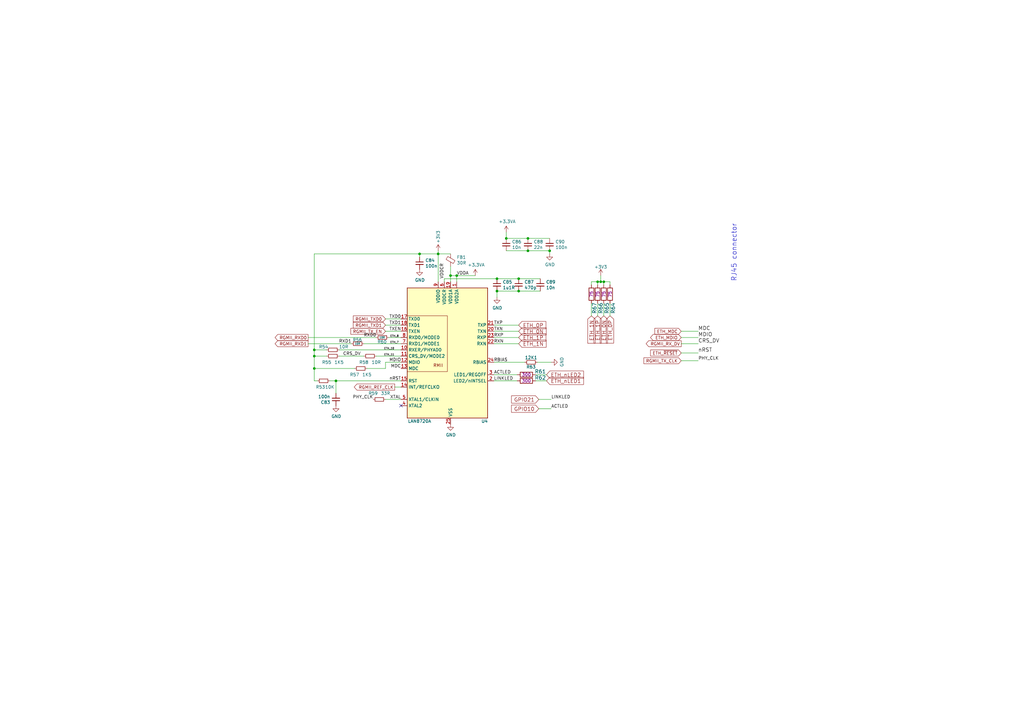
<source format=kicad_sch>
(kicad_sch (version 20231120) (generator "eeschema") (generator_version "8.0")
  (paper "A3")
  (title_block (title "${project_name}") (date "2025-04-05") (rev "${project_version}") (company "${project_creator}") (comment 1 "${project_license}") (comment 2 "License: CERN-OHL-S v2"))
  (lib_symbols
    (symbol "Device:C_Small" (pin_numbers hide) (pin_names (offset 0.254) hide)
      (property "Reference" "C" (at 0.254 1.778 0))
      (property "Value" "C_Small" (at 0.254 -2.032 0))
      (symbol "C_Small_0_1"
        (polyline (pts (xy -1.524 -0.508) (xy 1.524 -0.508)) (stroke (width 0.3302)))
        (polyline (pts (xy -1.524 0.508) (xy 1.524 0.508)) (stroke (width 0.3048)))
      )
      (symbol "C_Small_1_1"
        (pin passive line (at 0 2.54 270) (length 2.032) (name "~") (number "1"))
        (pin passive line (at 0 -2.54 90) (length 2.032) (name "~") (number "2"))
      )
    )
    (symbol "Device:R_Small" (pin_numbers hide) (pin_names (offset 0.254) hide)
      (property "Reference" "R" (at 0.762 0.508 0))
      (property "Value" "R_Small" (at 0.762 -1.016 0))
      (symbol "R_Small_0_1"
        (rectangle (start -0.762 1.778) (end 0.762 -1.778) (stroke (width 0.2032)))
      )
      (symbol "R_Small_1_1"
        (pin passive line (at 0 2.54 270) (length 0.762) (name "~") (number "1"))
        (pin passive line (at 0 -2.54 90) (length 0.762) (name "~") (number "2"))
      )
    )
    (symbol "ecp5-dc-scm:R_1k_0402" (pin_names (offset 0))
      (property "Reference" "R" (at -1.397 3.429 0))
      (property "Val" "1k" (at 0 -2.54 0))
      (symbol "R_1k_0402_1_1"
        (rectangle (start 2.54 -1.016) (end -2.54 1.016) (stroke (width 0.254)))
        (pin passive line (at -3.81 0 0) (length 1.27) (name "~") (number "1"))
        (pin passive line (at 3.81 0 180) (length 1.27) (name "~") (number "2"))
      )
    )
    (symbol "ulx4m-rescue:+3.3VA-power" (power) (pin_names (offset 0))
      (property "Value" "power_+3.3VA" (at 0 3.556 0))
      (symbol "+3.3VA-power_0_1"
        (polyline (pts (xy -0.762 1.27) (xy 0 2.54)))
        (polyline (pts (xy 0 0) (xy 0 2.54)))
        (polyline (pts (xy 0 2.54) (xy 0.762 1.27)))
      )
      (symbol "+3.3VA-power_1_1"
        (pin power_in line (at 0 0 90) (length 0) hide (name "+3.3VA") (number "1"))
      )
    )
    (symbol "ulx4m-rescue:+3V3-power" (power) (pin_names (offset 0))
      (property "Value" "power_+3V3" (at 0 3.556 0))
      (symbol "+3V3-power_0_1"
        (polyline (pts (xy -0.762 1.27) (xy 0 2.54)))
        (polyline (pts (xy 0 0) (xy 0 2.54)))
        (polyline (pts (xy 0 2.54) (xy 0.762 1.27)))
      )
      (symbol "+3V3-power_1_1"
        (pin power_in line (at 0 0 90) (length 0) hide (name "+3V3") (number "1"))
      )
    )
    (symbol "ulx4m-rescue:Ferrite_Bead_Small-Device" (pin_numbers hide) (pin_names (offset 0))
      (property "Reference" "FB" (at 1.905 1.27 0))
      (property "Value" "Device_Ferrite_Bead_Small" (at 1.905 -1.27 0))
      (symbol "Ferrite_Bead_Small-Device_0_1"
        (polyline (pts (xy 0 -1.27) (xy 0 -0.7874)))
        (polyline (pts (xy 0 0.889) (xy 0 1.2954)))
        (polyline (pts (xy -1.8288 0.2794) (xy -1.1176 1.4986) (xy 1.8288 -0.2032) (xy 1.1176 -1.4224) (xy -1.8288 0.2794)))
      )
      (symbol "Ferrite_Bead_Small-Device_1_1"
        (pin passive line (at 0 2.54 270) (length 1.27) (name "~") (number "1"))
        (pin passive line (at 0 -2.54 90) (length 1.27) (name "~") (number "2"))
      )
    )
    (symbol "ulx4m-rescue:GND-power" (power) (pin_names (offset 0))
      (property "Value" "power_GND" (at 0 -3.81 0))
      (symbol "GND-power_0_1"
        (polyline (pts (xy 0 0) (xy 0 -1.27) (xy 1.27 -1.27) (xy 0 -2.54) (xy -1.27 -1.27) (xy 0 -1.27)))
      )
      (symbol "GND-power_1_1"
        (pin power_in line (at 0 0 270) (length 0) hide (name "GND") (number "1"))
      )
    )
    (symbol "ulx4m-rescue:LAN8720A-Interface_Ethernet"
      (property "Reference" "U" (at -13.97 29.21 0))
      (property "Value" "Interface_Ethernet_LAN8720A" (at 15.24 29.21 0))
      (symbol "LAN8720A-Interface_Ethernet_0_0"
        (text "RMII" (at -5.08 -3.81 0) (effects (font (size 1.27 1.27))))
      )
      (symbol "LAN8720A-Interface_Ethernet_0_1"
        (rectangle (start -17.78 27.94) (end 15.24 -25.4) (stroke (width 0.254)) (fill (type background)))
        (polyline (pts (xy -17.78 -6.35) (xy -1.27 -6.35) (xy -1.27 16.51) (xy -17.78 16.51)))
      )
      (symbol "LAN8720A-Interface_Ethernet_1_1"
        (pin power_in line (at 2.54 30.48 270) (length 2.54) (name "VDD2A") (number "1"))
        (pin output line (at -20.32 2.54 0) (length 2.54) (name "RXER/PHYAD0") (number "10"))
        (pin output line (at -20.32 0 0) (length 2.54) (name "CRS_DV/MODE2") (number "11"))
        (pin bidirectional line (at -20.32 -2.54 0) (length 2.54) (name "MDIO") (number "12"))
        (pin input line (at -20.32 -5.08 0) (length 2.54) (name "MDC") (number "13"))
        (pin output line (at -20.32 -12.7 0) (length 2.54) (name "INT/REFCLKO") (number "14"))
        (pin input line (at -20.32 -10.16 0) (length 2.54) (name "RST") (number "15"))
        (pin input line (at -20.32 10.16 0) (length 2.54) (name "TXEN") (number "16"))
        (pin input line (at -20.32 15.24 0) (length 2.54) (name "TXD0") (number "17"))
        (pin input line (at -20.32 12.7 0) (length 2.54) (name "TXD1") (number "18"))
        (pin power_in line (at 0 30.48 270) (length 2.54) (name "VDD1A") (number "19"))
        (pin bidirectional line (at 17.78 -10.16 180) (length 2.54) (name "LED2/nINTSEL") (number "2"))
        (pin output line (at 17.78 10.16 180) (length 2.54) (name "TXN") (number "20"))
        (pin output line (at 17.78 12.7 180) (length 2.54) (name "TXP") (number "21"))
        (pin output line (at 17.78 5.08 180) (length 2.54) (name "RXN") (number "22"))
        (pin output line (at 17.78 7.62 180) (length 2.54) (name "RXP") (number "23"))
        (pin input line (at 17.78 -2.54 180) (length 2.54) (name "RBIAS") (number "24"))
        (pin power_in line (at 0 -27.94 90) (length 2.54) (name "VSS") (number "25"))
        (pin bidirectional line (at 17.78 -7.62 180) (length 2.54) (name "LED1/REGOFF") (number "3"))
        (pin passive line (at -20.32 -20.32 0) (length 2.54) (name "XTAL2") (number "4"))
        (pin passive line (at -20.32 -17.78 0) (length 2.54) (name "XTAL1/CLKIN") (number "5"))
        (pin power_in line (at -2.54 30.48 270) (length 2.54) (name "VDDCR") (number "6"))
        (pin output line (at -20.32 5.08 0) (length 2.54) (name "RXD1/MODE1") (number "7"))
        (pin output line (at -20.32 7.62 0) (length 2.54) (name "RXD0/MODE0") (number "8"))
        (pin power_in line (at -5.08 30.48 270) (length 2.54) (name "VDDIO") (number "9"))
      )
    )
  )
  (junction (at 184.785 113.03))
  (junction (at 245.11 115.57))
  (junction (at 225.425 102.87))
  (junction (at 216.535 97.79))
  (junction (at 179.705 104.14))
  (junction (at 207.645 97.79))
  (junction (at 128.905 151.13))
  (junction (at 246.38 115.57))
  (junction (at 212.725 114.3))
  (junction (at 203.835 114.3))
  (junction (at 128.905 146.05))
  (junction (at 137.795 156.21))
  (junction (at 247.65 115.57))
  (junction (at 187.325 113.03))
  (junction (at 128.905 143.51))
  (junction (at 212.725 119.38))
  (junction (at 216.535 102.87))
  (junction (at 203.835 119.38))
  (junction (at 172.085 104.14))
  (no_connect (at 164.465 166.37))
  (wire (pts (xy 250.19 124.46) (xy 250.19 129.54)))
  (wire (pts (xy 246.38 113.03) (xy 246.38 115.57)))
  (wire (pts (xy 212.09 156.21) (xy 202.565 156.21)))
  (wire (pts (xy 207.645 95.25) (xy 207.645 97.79)))
  (wire (pts (xy 128.905 156.21) (xy 130.175 156.21)))
  (wire (pts (xy 150.495 151.13) (xy 158.115 151.13)))
  (wire (pts (xy 179.705 104.14) (xy 179.705 115.57)))
  (wire (pts (xy 133.985 146.05) (xy 128.905 146.05)))
  (wire (pts (xy 158.115 135.89) (xy 164.465 135.89)))
  (wire (pts (xy 224.155 156.21) (xy 219.71 156.21)))
  (wire (pts (xy 159.385 138.43) (xy 164.465 138.43)))
  (wire (pts (xy 225.425 102.87) (xy 216.535 102.87)))
  (wire (pts (xy 172.085 105.41) (xy 172.085 104.14)))
  (wire (pts (xy 202.565 153.67) (xy 212.09 153.67)))
  (wire (pts (xy 139.065 146.05) (xy 149.225 146.05)))
  (wire (pts (xy 279.4 144.78) (xy 286.385 144.78)))
  (wire (pts (xy 242.57 116.84) (xy 242.57 115.57)))
  (wire (pts (xy 202.565 140.97) (xy 212.725 140.97)))
  (wire (pts (xy 212.725 138.43) (xy 202.565 138.43)))
  (wire (pts (xy 216.535 102.87) (xy 207.645 102.87)))
  (wire (pts (xy 212.725 114.3) (xy 203.835 114.3)))
  (wire (pts (xy 133.985 143.51) (xy 128.905 143.51)))
  (wire (pts (xy 128.905 146.05) (xy 128.905 143.51)))
  (wire (pts (xy 220.98 167.64) (xy 226.06 167.64)))
  (wire (pts (xy 137.795 156.21) (xy 164.465 156.21)))
  (wire (pts (xy 247.65 115.57) (xy 250.19 115.57)))
  (wire (pts (xy 225.425 104.14) (xy 225.425 102.87)))
  (wire (pts (xy 145.415 151.13) (xy 128.905 151.13)))
  (wire (pts (xy 128.905 143.51) (xy 128.905 104.14)))
  (wire (pts (xy 212.725 114.3) (xy 221.615 114.3)))
  (wire (pts (xy 184.785 113.03) (xy 187.325 113.03)))
  (wire (pts (xy 220.345 148.59) (xy 226.06 148.59)))
  (wire (pts (xy 128.905 104.14) (xy 172.085 104.14)))
  (wire (pts (xy 182.245 114.3) (xy 182.245 115.57)))
  (wire (pts (xy 219.71 153.67) (xy 224.155 153.67)))
  (wire (pts (xy 279.4 135.89) (xy 286.385 135.89)))
  (wire (pts (xy 184.785 109.22) (xy 184.785 113.03)))
  (wire (pts (xy 158.115 130.81) (xy 164.465 130.81)))
  (wire (pts (xy 202.565 148.59) (xy 215.265 148.59)))
  (wire (pts (xy 242.57 115.57) (xy 245.11 115.57)))
  (wire (pts (xy 242.57 124.46) (xy 242.57 129.54)))
  (wire (pts (xy 182.245 114.3) (xy 203.835 114.3)))
  (wire (pts (xy 179.705 104.14) (xy 184.785 104.14)))
  (wire (pts (xy 246.38 115.57) (xy 247.65 115.57)))
  (wire (pts (xy 128.905 151.13) (xy 128.905 146.05)))
  (wire (pts (xy 220.98 163.83) (xy 226.06 163.83)))
  (wire (pts (xy 245.11 115.57) (xy 246.38 115.57)))
  (wire (pts (xy 179.705 102.87) (xy 179.705 104.14)))
  (wire (pts (xy 161.925 158.75) (xy 164.465 158.75)))
  (wire (pts (xy 212.725 119.38) (xy 203.835 119.38)))
  (wire (pts (xy 158.115 151.13) (xy 158.115 148.59)))
  (wire (pts (xy 135.255 156.21) (xy 137.795 156.21)))
  (wire (pts (xy 126.365 140.97) (xy 144.145 140.97)))
  (wire (pts (xy 279.4 147.955) (xy 286.385 147.955)))
  (wire (pts (xy 221.615 119.38) (xy 212.725 119.38)))
  (wire (pts (xy 172.085 104.14) (xy 179.705 104.14)))
  (wire (pts (xy 247.65 124.46) (xy 247.65 129.54)))
  (wire (pts (xy 279.4 140.97) (xy 286.385 140.97)))
  (wire (pts (xy 203.835 121.92) (xy 203.835 119.38)))
  (wire (pts (xy 158.115 133.35) (xy 164.465 133.35)))
  (wire (pts (xy 154.305 146.05) (xy 164.465 146.05)))
  (wire (pts (xy 247.65 115.57) (xy 247.65 116.84)))
  (wire (pts (xy 250.19 115.57) (xy 250.19 116.84)))
  (wire (pts (xy 139.065 143.51) (xy 164.465 143.51)))
  (wire (pts (xy 245.11 124.46) (xy 245.11 129.54)))
  (wire (pts (xy 202.565 135.89) (xy 212.725 135.89)))
  (wire (pts (xy 212.725 133.35) (xy 202.565 133.35)))
  (wire (pts (xy 149.225 140.97) (xy 164.465 140.97)))
  (wire (pts (xy 158.115 148.59) (xy 164.465 148.59)))
  (wire (pts (xy 194.945 113.03) (xy 187.325 113.03)))
  (wire (pts (xy 245.11 115.57) (xy 245.11 116.84)))
  (wire (pts (xy 126.365 138.43) (xy 154.305 138.43)))
  (wire (pts (xy 128.905 156.21) (xy 128.905 151.13)))
  (wire (pts (xy 207.645 97.79) (xy 216.535 97.79)))
  (wire (pts (xy 137.795 156.21) (xy 137.795 161.29)))
  (wire (pts (xy 187.325 113.03) (xy 187.325 115.57)))
  (wire (pts (xy 216.535 97.79) (xy 225.425 97.79)))
  (wire (pts (xy 279.4 138.43) (xy 286.385 138.43)))
  (wire (pts (xy 158.115 163.83) (xy 164.465 163.83)))
  (wire (pts (xy 184.785 113.03) (xy 184.785 115.57)))
  (text "RJ45 connector" (at 302.26 115.57 90) (effects (font (size 2.0066 2.0066)) (justify left bottom)))
  (label "RXN" (at 202.565 140.97 0))
  (label "VDDA" (at 187.325 113.03 0))
  (label "TXD0" (at 164.465 130.81 180))
  (label "ETH_11" (at 157.48 146.05 0) (effects (font (size 0.762 0.762))))
  (label "MDIO" (at 286.385 138.43 0) (effects (font (size 1.524 1.524))))
  (label "TXEN" (at 164.465 135.89 180))
  (label "RXP" (at 202.565 138.43 0))
  (label "RBIAS" (at 202.565 148.59 0))
  (label "nRST" (at 164.465 156.21 180))
  (label "CRS_DV" (at 147.955 146.05 180))
  (label "VDDCR" (at 182.245 114.3 90))
  (label "nRST" (at 286.385 144.78 0) (effects (font (size 1.524 1.524))))
  (label "PHY_CLK" (at 153.035 163.83 180))
  (label "MDC" (at 164.465 151.13 180))
  (label "MDC" (at 286.385 135.89 0) (effects (font (size 1.524 1.524))))
  (label "ETH_7" (at 160.02 140.97 0) (effects (font (size 0.762 0.762))))
  (label "MDIO" (at 164.465 148.59 180))
  (label "LINKLED" (at 202.565 156.21 0))
  (label "ACTLED" (at 202.565 153.67 0))
  (label "PHY_CLK" (at 286.385 147.955 0))
  (label "XTAL" (at 164.465 163.83 180))
  (label "ETH_8" (at 160.02 138.43 0) (effects (font (size 0.762 0.762))))
  (label "TXD1" (at 164.465 133.35 180))
  (label "ETH_10" (at 157.48 143.51 0) (effects (font (size 0.762 0.762))))
  (label "ACTLED" (at 226.06 167.64 0))
  (label "RXD0" (at 154.305 138.43 180))
  (label "LINKLED" (at 226.06 163.83 0))
  (label "TXP" (at 202.565 133.35 0))
  (label "TXN" (at 202.565 135.89 0))
  (label "CRS_DV" (at 286.385 140.97 0) (effects (font (size 1.524 1.524))))
  (label "RXD1" (at 144.145 140.97 180))
  (global_label "RGMII_RXD0" (shape output) (at 126.365 138.43 180) (property "Intersheetrefs" "${INTERSHEET_REFS}" (effects (hide yes))))
  (global_label "ETH_nLED2" (shape input) (at 224.155 153.67 0) (effects (font (size 1.524 1.524))) (property "Intersheetrefs" "${INTERSHEET_REFS}" (effects (hide yes))))
  (global_label "GPIO21" (shape input) (at 220.98 163.83 180) (effects (font (size 1.524 1.524))) (property "Intersheetrefs" "${INTERSHEET_REFS}" (effects (hide yes))))
  (global_label "RGMII_RXD1" (shape output) (at 126.365 140.97 180) (property "Intersheetrefs" "${INTERSHEET_REFS}" (effects (hide yes))))
  (global_label "ETH_0P" (shape input) (at 212.725 133.35 0) (effects (font (size 1.524 1.524))) (property "Intersheetrefs" "${INTERSHEET_REFS}" (effects (hide yes))))
  (global_label "RGMII_RX_DV" (shape output) (at 279.4 140.97 180) (property "Intersheetrefs" "${INTERSHEET_REFS}" (effects (hide yes))))
  (global_label "ETH_1N" (shape input) (at 212.725 140.97 0) (effects (font (size 1.524 1.524))) (property "Intersheetrefs" "${INTERSHEET_REFS}" (effects (hide yes))))
  (global_label "RGMII_TX_CLK" (shape input) (at 279.4 147.955 180) (property "Intersheetrefs" "${INTERSHEET_REFS}" (effects (hide yes))))
  (global_label "ETH_1P" (shape input) (at 245.11 129.54 270) (effects (font (size 1.524 1.524))) (property "Intersheetrefs" "${INTERSHEET_REFS}" (effects (hide yes))))
  (global_label "RGMII_REF_CLK" (shape output) (at 161.925 158.75 180) (property "Intersheetrefs" "${INTERSHEET_REFS}" (effects (hide yes))))
  (global_label "ETH_0N" (shape input) (at 212.725 135.89 0) (effects (font (size 1.524 1.524))) (property "Intersheetrefs" "${INTERSHEET_REFS}" (effects (hide yes))))
  (global_label "ETH_1P" (shape input) (at 212.725 138.43 0) (effects (font (size 1.524 1.524))) (property "Intersheetrefs" "${INTERSHEET_REFS}" (effects (hide yes))))
  (global_label "ETH_1N" (shape input) (at 242.57 129.54 270) (effects (font (size 1.524 1.524))) (property "Intersheetrefs" "${INTERSHEET_REFS}" (effects (hide yes))))
  (global_label "RGMII_TXD0" (shape input) (at 158.115 130.81 180) (property "Intersheetrefs" "${INTERSHEET_REFS}" (effects (hide yes))))
  (global_label "GPIO10" (shape input) (at 220.98 167.64 180) (effects (font (size 1.524 1.524))) (property "Intersheetrefs" "${INTERSHEET_REFS}" (effects (hide yes))))
  (global_label "RGMII_TX_EN" (shape input) (at 158.115 135.89 180) (property "Intersheetrefs" "${INTERSHEET_REFS}" (effects (hide yes))))
  (global_label "ETH_MDIO" (shape bidirectional) (at 279.4 138.43 180) (property "Intersheetrefs" "${INTERSHEET_REFS}" (effects (hide yes))))
  (global_label "ETH_0P" (shape input) (at 250.19 129.54 270) (effects (font (size 1.524 1.524))) (property "Intersheetrefs" "${INTERSHEET_REFS}" (effects (hide yes))))
  (global_label "ETH_nLED1" (shape input) (at 224.155 156.21 0) (effects (font (size 1.524 1.524))) (property "Intersheetrefs" "${INTERSHEET_REFS}" (effects (hide yes))))
  (global_label "ETH_0N" (shape input) (at 247.65 129.54 270) (effects (font (size 1.524 1.524))) (property "Intersheetrefs" "${INTERSHEET_REFS}" (effects (hide yes))))
  (global_label "RGMII_TXD1" (shape input) (at 158.115 133.35 180) (property "Intersheetrefs" "${INTERSHEET_REFS}" (effects (hide yes))))
  (global_label "ETH_MDC" (shape input) (at 279.4 135.89 180) (property "Intersheetrefs" "${INTERSHEET_REFS}" (effects (hide yes))))
  (global_label "ETH_~{RESET}" (shape input) (at 279.4 144.78 180) (property "Intersheetrefs" "${INTERSHEET_REFS}" (effects (hide yes))))
  (symbol (lib_id "ecp5-dc-scm:R_1k_0402") (at 215.9 153.67 0) (mirror y) (unit 1)
    (property "Reference" "R61" (at 221.615 152.4 0) (effects (font (size 1.524 1.524))))
    (property "Value" "300" (effects (hide yes)))
    (property "Footprint" "Resistor_SMD:R_0402_1005Metric" (effects (hide yes)))
    (property "Manufacturer" "BOURNS" (effects (hide yes)))
    (property "MPN" "CR0402-FX-1001GLF" (effects (hide yes)))
    (property "Val" "300" (at 215.9 153.67 0))
  )
  (symbol (lib_id "ecp5-dc-scm:R_1k_0402") (at 215.9 156.21 0) (mirror y) (unit 1)
    (property "Reference" "R62" (at 221.615 154.94 0) (effects (font (size 1.524 1.524))))
    (property "Value" "300" (effects (hide yes)))
    (property "Footprint" "Resistor_SMD:R_0402_1005Metric" (effects (hide yes)))
    (property "Manufacturer" "BOURNS" (effects (hide yes)))
    (property "MPN" "CR0402-FX-1001GLF" (effects (hide yes)))
    (property "Val" "300" (at 215.9 156.21 0))
  )
  (symbol (lib_id "ulx4m-rescue:LAN8720A-Interface_Ethernet") (at 184.785 146.05 0) (unit 1)
    (property "Reference" "U4" (at 198.755 172.72 0))
    (property "Value" "LAN8720A" (at 172.085 172.72 0))
    (property "Footprint" "Package_DFN_QFN:QFN-24-1EP_4x4mm_P0.5mm_EP2.6x2.6mm" (effects (hide yes)))
    (property "Datasheet" "http://ww1.microchip.com/downloads/en/DeviceDoc/8720a.pdf" (effects (hide yes)))
  )
  (symbol (lib_id "ulx4m-rescue:Ferrite_Bead_Small-Device") (at 184.785 106.68 0) (unit 1)
    (property "Reference" "FB1" (at 187.325 105.5116 0) (effects (justify left)))
    (property "Value" "30R" (at 187.325 107.823 0) (effects (justify left)))
    (property "Footprint" "Inductor_SMD:L_0603_1608Metric" (effects (hide yes)))
  )
  (symbol (lib_id "ulx4m-rescue:+3.3VA-power") (at 194.945 113.03 0) (unit 1)
    (property "Reference" "#PWR0118" (effects (hide yes)))
    (property "Value" "+3.3VA" (at 195.326 108.6358 0))
  )
  (symbol (lib_id "Device:C_Small") (at 203.835 116.84 0) (unit 1)
    (property "Reference" "C85" (at 206.1718 115.6716 0) (effects (justify left)))
    (property "Value" "1u1R" (at 206.1718 117.983 0) (effects (justify left)))
    (property "Footprint" "Capacitor_SMD:C_0603_1608Metric" (effects (hide yes)))
  )
  (symbol (lib_id "Device:C_Small") (at 212.725 116.84 0) (unit 1)
    (property "Reference" "C87" (at 215.0618 115.6716 0) (effects (justify left)))
    (property "Value" "470p" (at 215.0618 117.983 0) (effects (justify left)))
    (property "Footprint" "Capacitor_SMD:C_0402_1005Metric" (effects (hide yes)))
  )
  (symbol (lib_id "ulx4m-rescue:GND-power") (at 203.835 121.92 0) (unit 1)
    (property "Reference" "#PWR0119" (effects (hide yes)))
    (property "Value" "GND" (at 203.962 126.3142 0))
  )
  (symbol (lib_id "Device:C_Small") (at 207.645 100.33 0) (unit 1)
    (property "Reference" "C86" (at 209.9818 99.1616 0) (effects (justify left)))
    (property "Value" "10n" (at 209.9818 101.473 0) (effects (justify left)))
    (property "Footprint" "Capacitor_SMD:C_0402_1005Metric" (effects (hide yes)))
  )
  (symbol (lib_id "ulx4m-rescue:+3.3VA-power") (at 207.645 95.25 0) (unit 1)
    (property "Reference" "#PWR0120" (effects (hide yes)))
    (property "Value" "+3.3VA" (at 208.026 90.8558 0))
  )
  (symbol (lib_id "Device:C_Small") (at 216.535 100.33 0) (unit 1)
    (property "Reference" "C88" (at 218.8718 99.1616 0) (effects (justify left)))
    (property "Value" "22n" (at 218.8718 101.473 0) (effects (justify left)))
    (property "Footprint" "Capacitor_SMD:C_0402_1005Metric" (effects (hide yes)))
  )
  (symbol (lib_id "Device:C_Small") (at 221.615 116.84 0) (unit 1)
    (property "Reference" "C89" (at 223.9518 115.6716 0) (effects (justify left)))
    (property "Value" "10n" (at 223.9518 117.983 0) (effects (justify left)))
    (property "Footprint" "Capacitor_SMD:C_0402_1005Metric" (effects (hide yes)))
  )
  (symbol (lib_id "ulx4m-rescue:GND-power") (at 225.425 104.14 0) (unit 1)
    (property "Reference" "#PWR0121" (effects (hide yes)))
    (property "Value" "GND" (at 225.552 108.5342 0))
  )
  (symbol (lib_id "Device:C_Small") (at 172.085 107.95 0) (unit 1)
    (property "Reference" "C84" (at 174.4218 106.7816 0) (effects (justify left)))
    (property "Value" "100n" (at 174.4218 109.093 0) (effects (justify left)))
    (property "Footprint" "Capacitor_SMD:C_0402_1005Metric" (effects (hide yes)))
  )
  (symbol (lib_id "ulx4m-rescue:GND-power") (at 172.085 110.49 0) (unit 1)
    (property "Reference" "#PWR0122" (effects (hide yes)))
    (property "Value" "GND" (at 172.212 114.8842 0))
  )
  (symbol (lib_id "ulx4m-rescue:GND-power") (at 184.785 173.99 0) (unit 1)
    (property "Reference" "#PWR0123" (effects (hide yes)))
    (property "Value" "GND" (at 184.912 178.3842 0))
  )
  (symbol (lib_id "Device:R_Small") (at 155.575 163.83 270) (unit 1)
    (property "Reference" "R59" (at 153.035 161.29 90))
    (property "Value" "33R" (at 158.115 161.29 90))
    (property "Footprint" "Resistor_SMD:R_0402_1005Metric" (effects (hide yes)))
  )
  (symbol (lib_id "Device:R_Small") (at 156.845 138.43 270) (unit 1)
    (property "Reference" "R60" (at 156.718 140.208 90))
    (property "Value" "10R" (at 156.718 138.43 90) (effects (font (size 0.762 0.762))))
    (property "Footprint" "Resistor_SMD:R_0402_1005Metric" (effects (hide yes)))
  )
  (symbol (lib_id "Device:R_Small") (at 146.685 140.97 270) (unit 1)
    (property "Reference" "R56" (at 146.558 139.446 90))
    (property "Value" "10R" (at 146.558 140.97 90) (effects (font (size 0.762 0.762))))
    (property "Footprint" "Resistor_SMD:R_0402_1005Metric" (effects (hide yes)))
  )
  (symbol (lib_id "Device:R_Small") (at 136.525 143.51 270) (unit 1)
    (property "Reference" "R54" (at 132.715 142.24 90))
    (property "Value" "10R" (at 140.97 142.24 90))
    (property "Footprint" "Resistor_SMD:R_0402_1005Metric" (effects (hide yes)))
  )
  (symbol (lib_id "Device:R_Small") (at 151.765 146.05 90) (unit 1)
    (property "Reference" "R58" (at 149.225 148.59 90))
    (property "Value" "10R" (at 154.305 148.59 90))
    (property "Footprint" "Resistor_SMD:R_0402_1005Metric" (effects (hide yes)))
  )
  (symbol (lib_id "Device:R_Small") (at 147.955 151.13 90) (unit 1)
    (property "Reference" "R57" (at 145.415 153.67 90))
    (property "Value" "1K5" (at 150.495 153.67 90))
    (property "Footprint" "Resistor_SMD:R_0402_1005Metric" (effects (hide yes)))
  )
  (symbol (lib_id "Device:R_Small") (at 217.805 148.59 90) (unit 1)
    (property "Reference" "R63" (at 217.805 150.495 90))
    (property "Value" "12K1" (at 217.805 146.685 90))
    (property "Footprint" "Resistor_SMD:R_0402_1005Metric" (effects (hide yes)))
  )
  (symbol (lib_id "ulx4m-rescue:GND-power") (at 226.06 148.59 90) (unit 1)
    (property "Reference" "#PWR0124" (effects (hide yes)))
    (property "Value" "GND" (at 230.4542 148.463 0))
  )
  (symbol (lib_id "Device:R_Small") (at 132.715 156.21 90) (unit 1)
    (property "Reference" "R53" (at 131.445 158.75 90))
    (property "Value" "10K" (at 135.255 158.75 90))
    (property "Footprint" "Resistor_SMD:R_0402_1005Metric" (effects (hide yes)))
  )
  (symbol (lib_id "Device:C_Small") (at 137.795 163.83 180) (unit 1)
    (property "Reference" "C83" (at 135.4582 164.9984 0) (effects (justify left)))
    (property "Value" "100n" (at 135.4582 162.687 0) (effects (justify left)))
    (property "Footprint" "Capacitor_SMD:C_0402_1005Metric" (effects (hide yes)))
  )
  (symbol (lib_id "ulx4m-rescue:GND-power") (at 137.795 166.37 0) (unit 1)
    (property "Reference" "#PWR0117" (effects (hide yes)))
    (property "Value" "GND" (at 137.922 170.7642 0))
  )
  (symbol (lib_id "Device:R_Small") (at 136.525 146.05 90) (unit 1)
    (property "Reference" "R55" (at 133.985 148.59 90))
    (property "Value" "1K5" (at 139.065 148.59 90))
    (property "Footprint" "Resistor_SMD:R_0402_1005Metric" (effects (hide yes)))
  )
  (symbol (lib_id "Device:C_Small") (at 225.425 100.33 0) (unit 1)
    (property "Reference" "C90" (at 227.7618 99.1616 0) (effects (justify left)))
    (property "Value" "100n" (at 227.7618 101.473 0) (effects (justify left)))
    (property "Footprint" "Capacitor_SMD:C_0402_1005Metric" (effects (hide yes)))
  )
  (symbol (lib_id "ulx4m-rescue:+3V3-power") (at 179.705 102.87 0) (unit 1)
    (property "Reference" "#PWR?" (effects (hide yes)))
    (property "Value" "+3V3" (at 179.705 97.155 90))
    (instances (project "" (path "" (reference "#PWR?") (unit 1)) (path "" (reference "#PWR020") (unit 1))))
  )
  (symbol (lib_id "ecp5-dc-scm:R_1k_0402") (at 245.11 120.65 270) (mirror x) (unit 1)
    (property "Reference" "R66" (at 246.38 126.365 0) (effects (font (size 1.524 1.524))))
    (property "Value" "300" (effects (hide yes)))
    (property "Footprint" "Resistor_SMD:R_0402_1005Metric" (effects (hide yes)))
    (property "Manufacturer" "BOURNS" (effects (hide yes)))
    (property "MPN" "CR0402-FX-1001GLF" (effects (hide yes)))
    (property "Val" "75" (at 245.11 120.65 0))
  )
  (symbol (lib_id "ecp5-dc-scm:R_1k_0402") (at 247.65 120.65 270) (mirror x) (unit 1)
    (property "Reference" "R65" (at 248.92 126.365 0) (effects (font (size 1.524 1.524))))
    (property "Value" "300" (effects (hide yes)))
    (property "Footprint" "Resistor_SMD:R_0402_1005Metric" (effects (hide yes)))
    (property "Manufacturer" "BOURNS" (effects (hide yes)))
    (property "MPN" "CR0402-FX-1001GLF" (effects (hide yes)))
    (property "Val" "75" (at 247.65 120.65 0))
  )
  (symbol (lib_id "ecp5-dc-scm:R_1k_0402") (at 242.57 120.65 270) (mirror x) (unit 1)
    (property "Reference" "R67" (at 243.84 126.365 0) (effects (font (size 1.524 1.524))))
    (property "Value" "300" (effects (hide yes)))
    (property "Footprint" "Resistor_SMD:R_0402_1005Metric" (effects (hide yes)))
    (property "Manufacturer" "BOURNS" (effects (hide yes)))
    (property "MPN" "CR0402-FX-1001GLF" (effects (hide yes)))
    (property "Val" "75" (at 242.57 120.65 0))
  )
  (symbol (lib_id "ecp5-dc-scm:R_1k_0402") (at 250.19 120.65 270) (mirror x) (unit 1)
    (property "Reference" "R64" (at 251.46 126.365 0) (effects (font (size 1.524 1.524))))
    (property "Value" "300" (effects (hide yes)))
    (property "Footprint" "Resistor_SMD:R_0402_1005Metric" (effects (hide yes)))
    (property "Manufacturer" "BOURNS" (effects (hide yes)))
    (property "MPN" "CR0402-FX-1001GLF" (effects (hide yes)))
    (property "Val" "75" (at 250.19 120.65 0))
  )
  (symbol (lib_id "ulx4m-rescue:+3V3-power") (at 246.38 113.03 0) (unit 1)
    (property "Reference" "#PWR022" (effects (hide yes)))
    (property "Value" "+3V3" (at 246.38 109.474 0))
  )
)
</source>
